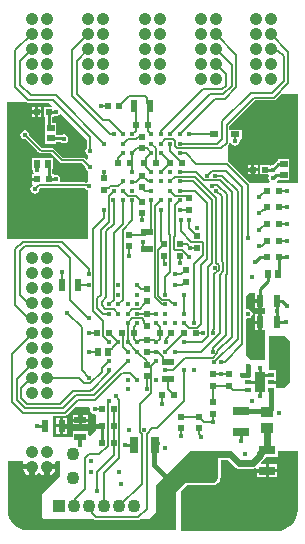
<source format=gbl>
G04*
G04 #@! TF.GenerationSoftware,Altium Limited,Altium Designer,20.2.6 (244)*
G04*
G04 Layer_Physical_Order=4*
G04 Layer_Color=16711680*
%FSLAX25Y25*%
%MOIN*%
G70*
G04*
G04 #@! TF.SameCoordinates,98B12EC8-E559-45FE-9E7D-FCD1A3165D23*
G04*
G04*
G04 #@! TF.FilePolarity,Positive*
G04*
G01*
G75*
%ADD21R,0.01968X0.01968*%
%ADD25R,0.01968X0.01968*%
%ADD29R,0.03150X0.05512*%
%ADD31R,0.02520X0.02362*%
%ADD53C,0.04331*%
%ADD54R,0.04331X0.04331*%
%ADD55C,0.00500*%
%ADD58C,0.01181*%
%ADD59C,0.01000*%
%ADD60C,0.01575*%
%ADD61O,0.03543X0.06299*%
%ADD62C,0.04134*%
%ADD63C,0.01772*%
%ADD64R,0.01850X0.01575*%
%ADD65R,0.03740X0.06693*%
%ADD66C,0.15748*%
%ADD67R,0.02362X0.03937*%
%ADD68R,0.03937X0.02362*%
%ADD69R,0.01968X0.06299*%
%ADD70R,0.03150X0.01968*%
%ADD71R,0.02362X0.02520*%
%ADD72R,0.05512X0.03150*%
%ADD73R,0.03937X0.03543*%
%ADD74C,0.02362*%
%ADD75C,0.01001*%
G36*
X28473Y41626D02*
X28416Y41339D01*
X28530Y40762D01*
X28857Y40274D01*
X29345Y39948D01*
X29921Y39833D01*
X29928Y39835D01*
X30315Y39518D01*
X30315Y34646D01*
X28256Y32587D01*
X27756Y32794D01*
Y34055D01*
X22638D01*
Y32283D01*
X16142Y32283D01*
X16142Y39301D01*
X20079D01*
X20407Y39366D01*
X20685Y39551D01*
X23259Y42126D01*
X28116D01*
X28473Y41626D01*
D02*
G37*
G36*
X97622Y7874D02*
X97622Y7874D01*
X97622D01*
X97486Y6494D01*
X97084Y5168D01*
X96430Y3946D01*
X95551Y2874D01*
X94479Y1995D01*
X93257Y1342D01*
X91931Y939D01*
X90551Y803D01*
X90551Y803D01*
Y803D01*
X90551Y803D01*
X58661D01*
X58661Y14173D01*
X60614Y16126D01*
X69785D01*
X69901Y16149D01*
X70018Y16161D01*
X70053Y16180D01*
X70092Y16187D01*
X70191Y16253D01*
X70294Y16308D01*
X70416Y16408D01*
X70907Y16671D01*
X70998Y16745D01*
X71096Y16811D01*
X71434Y17149D01*
X71608Y17409D01*
X71669Y17717D01*
Y18519D01*
X72047Y18898D01*
Y24371D01*
X74366D01*
X76534Y22203D01*
X77185Y21768D01*
X77953Y21615D01*
X82571D01*
X83339Y21768D01*
X83556Y21913D01*
X84056Y21645D01*
Y21366D01*
X86902D01*
Y23032D01*
X85472D01*
X85281Y23494D01*
X86459Y24672D01*
X86894Y25323D01*
X86947Y25591D01*
X90945D01*
Y27559D01*
X97622D01*
Y7874D01*
D02*
G37*
G36*
X70866Y17717D02*
X70528Y17379D01*
X69968Y17079D01*
X69785Y16929D01*
X60236D01*
X57087Y13780D01*
Y1004D01*
X7874Y1003D01*
X7874Y1004D01*
Y1004D01*
X7384Y1049D01*
X6533Y1133D01*
X5244Y1524D01*
X4056Y2159D01*
X3014Y3014D01*
X2159Y4056D01*
X1524Y5244D01*
X1133Y6533D01*
X1002Y7866D01*
X1003Y7874D01*
Y24153D01*
X5888D01*
X6157Y23653D01*
X6005Y23287D01*
X8917D01*
Y22303D01*
X9902D01*
Y19391D01*
X10464Y19624D01*
X11105Y20116D01*
X11167Y20197D01*
X11667D01*
X11730Y20116D01*
X12371Y19624D01*
X12933Y19391D01*
Y22303D01*
X13917D01*
Y23287D01*
X16829D01*
X16678Y23653D01*
X16946Y24153D01*
X18504D01*
Y19029D01*
X12532Y13058D01*
X12342Y12598D01*
Y5512D01*
X12855Y4724D01*
X29626D01*
X29910Y4535D01*
X30315Y4454D01*
X44488D01*
X44893Y4535D01*
X45177Y4724D01*
X48031D01*
X50394Y7087D01*
Y16142D01*
X61811Y27559D01*
X70866D01*
Y17717D01*
D02*
G37*
G36*
X94882Y64173D02*
Y50394D01*
X92913Y48425D01*
X90394D01*
Y49016D01*
Y49894D01*
X88878D01*
Y50894D01*
X90394D01*
Y51575D01*
Y54331D01*
X88189D01*
Y65748D01*
X93307D01*
X94882Y64173D01*
D02*
G37*
G36*
X83268Y80118D02*
Y78059D01*
X85039D01*
Y77559D01*
X85539D01*
Y75000D01*
X86614D01*
Y73032D01*
X85539D01*
Y70472D01*
Y67913D01*
X86614D01*
Y57874D01*
X81890Y57874D01*
X80315Y59449D01*
X80315Y71423D01*
X80815Y71780D01*
X81102Y71723D01*
X81678Y71838D01*
X82167Y72164D01*
X82493Y72652D01*
X82608Y73228D01*
X82493Y73804D01*
X82167Y74293D01*
X81678Y74619D01*
X81102Y74734D01*
X80815Y74677D01*
X80315Y75033D01*
Y79134D01*
X81496Y80315D01*
X82849D01*
X83268Y80118D01*
D02*
G37*
G36*
X7546Y143696D02*
X7874Y143631D01*
X14637D01*
X15642Y142626D01*
X15435Y142126D01*
X12992D01*
Y138976D01*
X13455D01*
Y136757D01*
X13455Y136757D01*
X13483Y136618D01*
Y135878D01*
X13483Y135878D01*
X13504Y135770D01*
Y133425D01*
Y129961D01*
X17205D01*
Y130620D01*
X18495D01*
X18621Y130432D01*
X19109Y130105D01*
X19685Y129991D01*
X20261Y130105D01*
X20749Y130432D01*
X21076Y130920D01*
X21190Y131496D01*
X21076Y132072D01*
X20749Y132561D01*
X20261Y132887D01*
X19685Y133001D01*
X19109Y132887D01*
X19045Y132844D01*
X17205D01*
Y136969D01*
X15679D01*
Y138887D01*
X16142Y138976D01*
D01*
X16642Y139103D01*
X16929Y139046D01*
X17505Y139161D01*
X17993Y139487D01*
X18090Y139631D01*
X18588Y139680D01*
X27509Y130759D01*
Y128775D01*
X27282Y128623D01*
X26956Y128135D01*
X26841Y127559D01*
X26956Y126983D01*
X27282Y126495D01*
X27559Y126310D01*
Y124700D01*
X27097Y124509D01*
X26590Y125015D01*
X26312Y125201D01*
X25984Y125267D01*
X19253D01*
X16504Y128015D01*
X16514Y128025D01*
X15988Y128377D01*
X15368Y128500D01*
Y128486D01*
X12354D01*
X12354Y128487D01*
X12247Y128531D01*
X12246Y128531D01*
X8150Y132627D01*
X8198Y132872D01*
X8084Y133448D01*
X7757Y133937D01*
X7269Y134263D01*
X6693Y134377D01*
X6117Y134263D01*
X5629Y133937D01*
X5302Y133448D01*
X5188Y132872D01*
X5302Y132296D01*
X5629Y131808D01*
X6117Y131481D01*
X6693Y131367D01*
X6938Y131415D01*
X10769Y127584D01*
X11109Y127226D01*
X11109Y127226D01*
X11109Y127226D01*
X11626Y126880D01*
X12247Y126757D01*
Y126772D01*
X15260D01*
X15260Y126771D01*
X15368Y126726D01*
X15368Y126727D01*
X18292Y123803D01*
X18570Y123618D01*
X18898Y123552D01*
X25629D01*
X26890Y122292D01*
X26841Y122047D01*
X26956Y121471D01*
X27282Y120983D01*
X27559Y120798D01*
Y117175D01*
X27377Y117139D01*
X27101Y116954D01*
X26878Y116999D01*
X18563D01*
X18296Y117499D01*
X18320Y117534D01*
X18434Y118110D01*
X18320Y118686D01*
X17993Y119175D01*
X17505Y119501D01*
X16929Y119615D01*
X16642Y119558D01*
X16142Y119685D01*
D01*
X15679Y119775D01*
Y121378D01*
X16102D01*
Y125079D01*
X9094D01*
Y121378D01*
X9094D01*
X9367Y120991D01*
X9475Y120448D01*
X9651Y120185D01*
X9384Y119685D01*
X9055D01*
Y118610D01*
X10630D01*
Y117610D01*
X9055D01*
Y116535D01*
X9136D01*
X9287Y116035D01*
X8976Y115827D01*
X8649Y115339D01*
X8535Y114763D01*
X8649Y114187D01*
X8976Y113698D01*
X9464Y113372D01*
X10040Y113258D01*
X10616Y113372D01*
X11105Y113698D01*
X11431Y114187D01*
X11546Y114763D01*
X11520Y114890D01*
X11867Y115285D01*
X26540D01*
X26562Y115172D01*
X26888Y114684D01*
X27377Y114357D01*
X27559Y114321D01*
Y98032D01*
X19232D01*
X19226Y98036D01*
X18898Y98101D01*
X5906D01*
X5578Y98036D01*
X5571Y98032D01*
X803D01*
Y143701D01*
X7540D01*
X7546Y143696D01*
D02*
G37*
G36*
X97622Y116929D02*
X90852D01*
X90605Y117429D01*
X90663Y117520D01*
X91063Y117756D01*
X91063Y117756D01*
X91063Y117756D01*
X94764D01*
Y121221D01*
Y124764D01*
X91063D01*
Y124096D01*
X90677Y124019D01*
X90316Y123778D01*
X90316Y123778D01*
X89286Y122748D01*
X88794Y122651D01*
X88689Y122580D01*
X88189Y122835D01*
Y122835D01*
X85039D01*
Y119685D01*
X87782D01*
X88050Y119185D01*
X87979Y119080D01*
X87865Y118504D01*
X87979Y117928D01*
X88306Y117439D01*
X88321Y117429D01*
X88170Y116929D01*
X81527D01*
X74622Y123834D01*
X74410Y123976D01*
Y129497D01*
X74622Y129709D01*
X74808Y129987D01*
X74873Y130315D01*
X75354Y130269D01*
X75381Y130133D01*
X75707Y129644D01*
X76196Y129318D01*
X76772Y129203D01*
X77348Y129318D01*
X77836Y129644D01*
X78162Y130133D01*
X78277Y130709D01*
X78220Y130996D01*
X78577Y131496D01*
X78937D01*
Y134646D01*
X74873D01*
Y135865D01*
X83426Y144419D01*
X89764D01*
X90092Y144484D01*
X90370Y144670D01*
X92157Y146457D01*
X97622D01*
Y116929D01*
D02*
G37*
%LPC*%
G36*
X27756Y39567D02*
X25697D01*
Y38295D01*
X27756D01*
Y39567D01*
D02*
G37*
G36*
X24697D02*
X22638D01*
Y38295D01*
X24697D01*
Y39567D01*
D02*
G37*
G36*
X20669Y38386D02*
X19398D01*
Y36327D01*
X20669D01*
Y38386D01*
D02*
G37*
G36*
X18398D02*
X17126D01*
Y36327D01*
X18398D01*
Y38386D01*
D02*
G37*
G36*
X27756Y37295D02*
X25697D01*
Y36024D01*
X27756D01*
Y37295D01*
D02*
G37*
G36*
X24697D02*
X22638D01*
Y36024D01*
X24697D01*
Y37295D01*
D02*
G37*
G36*
X20669Y35327D02*
X19398D01*
Y33268D01*
X20669D01*
Y35327D01*
D02*
G37*
G36*
X18398D02*
X17126D01*
Y33268D01*
X18398D01*
Y35327D01*
D02*
G37*
G36*
X90749Y23032D02*
X87902D01*
Y21366D01*
X90749D01*
Y23032D01*
D02*
G37*
G36*
Y20367D02*
X87902D01*
Y18701D01*
X90749D01*
Y20367D01*
D02*
G37*
G36*
X86902D02*
X84056D01*
Y18701D01*
X86902D01*
Y20367D01*
D02*
G37*
G36*
X16829Y21319D02*
X14902D01*
Y19391D01*
X15464Y19624D01*
X16105Y20116D01*
X16596Y20756D01*
X16829Y21319D01*
D02*
G37*
G36*
X7933D02*
X6005D01*
X6238Y20756D01*
X6730Y20116D01*
X7371Y19624D01*
X7933Y19391D01*
Y21319D01*
D02*
G37*
G36*
X84539Y77059D02*
X83268D01*
Y75000D01*
X84539D01*
Y77059D01*
D02*
G37*
G36*
X84539Y73032D02*
X83268D01*
Y70972D01*
X84539D01*
Y73032D01*
D02*
G37*
G36*
Y69972D02*
X83268D01*
Y67913D01*
X84539D01*
Y69972D01*
D02*
G37*
G36*
X12205Y142126D02*
X11130D01*
Y141051D01*
X12205D01*
Y142126D01*
D02*
G37*
G36*
X10130D02*
X9055D01*
Y141051D01*
X10130D01*
Y142126D01*
D02*
G37*
G36*
X12205Y140051D02*
X11130D01*
Y138976D01*
X12205D01*
Y140051D01*
D02*
G37*
G36*
X10130D02*
X9055D01*
Y138976D01*
X10130D01*
Y140051D01*
D02*
G37*
G36*
X84252Y122835D02*
X83177D01*
Y121760D01*
X84252D01*
Y122835D01*
D02*
G37*
G36*
X82177D02*
X81102D01*
Y121760D01*
X82177D01*
Y122835D01*
D02*
G37*
G36*
X84252Y120760D02*
X83177D01*
Y119685D01*
X84252D01*
Y120760D01*
D02*
G37*
G36*
X82177D02*
X81102D01*
Y119685D01*
X82177D01*
Y120760D01*
D02*
G37*
%LPD*%
D21*
X60236Y87795D02*
D03*
Y83858D02*
D03*
X64567Y35039D02*
D03*
Y38976D02*
D03*
X58661Y35039D02*
D03*
Y38976D02*
D03*
X45669Y106693D02*
D03*
Y110630D02*
D03*
Y119291D02*
D03*
Y115354D02*
D03*
Y128347D02*
D03*
Y132283D02*
D03*
X53150Y96457D02*
D03*
Y92520D02*
D03*
X58268Y96457D02*
D03*
Y92520D02*
D03*
X61417Y107874D02*
D03*
Y111811D02*
D03*
X69291Y39764D02*
D03*
Y43701D02*
D03*
X69291Y53150D02*
D03*
Y49213D02*
D03*
X74803D02*
D03*
Y53150D02*
D03*
X47244Y52362D02*
D03*
Y56299D02*
D03*
Y64567D02*
D03*
Y60630D02*
D03*
Y73228D02*
D03*
Y69291D02*
D03*
Y81496D02*
D03*
Y77559D02*
D03*
X41339Y95669D02*
D03*
Y99606D02*
D03*
X33071Y118504D02*
D03*
Y114567D02*
D03*
X64173Y99213D02*
D03*
Y95276D02*
D03*
D25*
X52362Y46063D02*
D03*
X56299D02*
D03*
X36220Y30315D02*
D03*
X32283D02*
D03*
X32283Y35827D02*
D03*
X36220D02*
D03*
Y41339D02*
D03*
X32283D02*
D03*
X87402Y114173D02*
D03*
X91339D02*
D03*
X87402Y108661D02*
D03*
X91339D02*
D03*
X87402Y97638D02*
D03*
X91339D02*
D03*
X87402Y103150D02*
D03*
X91339D02*
D03*
Y92126D02*
D03*
X87402D02*
D03*
X14567Y118110D02*
D03*
X10630D02*
D03*
X14567Y140551D02*
D03*
X10630D02*
D03*
X30709Y66929D02*
D03*
X34646D02*
D03*
X42913D02*
D03*
X38976D02*
D03*
X34252Y142520D02*
D03*
X38189D02*
D03*
X43701Y136221D02*
D03*
X47638D02*
D03*
X51575Y66929D02*
D03*
X55512D02*
D03*
X63780D02*
D03*
X59843D02*
D03*
X86614Y121260D02*
D03*
X82677D02*
D03*
X41732Y123622D02*
D03*
X37795D02*
D03*
X46457D02*
D03*
X50394D02*
D03*
X55118D02*
D03*
X59055D02*
D03*
D29*
X50000Y29527D02*
D03*
X42914D02*
D03*
D31*
X15354Y135197D02*
D03*
Y131732D02*
D03*
X92913Y122992D02*
D03*
Y119528D02*
D03*
D53*
X22835Y26378D02*
D03*
Y18504D02*
D03*
X43209Y9055D02*
D03*
X38209D02*
D03*
X33209D02*
D03*
X28209D02*
D03*
X23209D02*
D03*
D54*
X18209D02*
D03*
D55*
X11720Y127845D02*
G03*
X12247Y127629I527J534D01*
G01*
X15898Y127409D02*
G03*
X15368Y127629I-530J-530D01*
G01*
X39681Y53543D02*
G03*
X39150Y53324I0J-750D01*
G01*
X30004Y44488D02*
G03*
X30535Y44708I-0J750D01*
G01*
X34424Y53322D02*
G03*
X34646Y53854I-529J532D01*
G01*
X28429Y47638D02*
G03*
X28959Y47856I-0J750D01*
G01*
X23145Y47638D02*
G03*
X22615Y47418I0J-750D01*
G01*
X29217Y46063D02*
G03*
X29747Y46283I0J750D01*
G01*
X23933Y46063D02*
G03*
X23402Y45843I0J-750D01*
G01*
X24720Y44488D02*
G03*
X24190Y44269I0J-750D01*
G01*
X45067Y43099D02*
G03*
X44921Y42745I354J-354D01*
G01*
X27647Y71839D02*
G03*
X27953Y71653I530J530D01*
G01*
X44921Y34217D02*
G03*
X45067Y33863I500J0D01*
G01*
X10040Y114763D02*
X11419Y116142D01*
X26878D01*
X15898Y127409D02*
X18898Y124409D01*
X6693Y132872D02*
X11717Y127848D01*
X11720Y127845D01*
X12247Y127629D02*
X15368D01*
X25984Y124409D02*
X28346Y122047D01*
X18898Y124409D02*
X25984D01*
X27709Y115991D02*
X27953Y115748D01*
X27028Y115991D02*
X27709D01*
X26878Y116142D02*
X27028Y115991D01*
X31890Y101181D02*
X34607Y103898D01*
X54875Y102604D02*
Y109449D01*
X58661Y100787D02*
Y104331D01*
X25591Y54331D02*
X27953Y51968D01*
X20866Y73622D02*
X25591Y68898D01*
Y54331D02*
Y68898D01*
X18898Y82677D02*
Y87008D01*
X33071Y105118D02*
Y107874D01*
X29528Y101575D02*
X33071Y105118D01*
X34607Y112559D02*
X36220Y114173D01*
X34607Y103898D02*
Y112559D01*
X27953Y60630D02*
X30945D01*
X24720Y44488D02*
X30004D01*
X39681Y53543D02*
X41732D01*
X30535Y44708D02*
X39150Y53324D01*
X23145Y47638D02*
X28429D01*
X34646Y53854D02*
Y54331D01*
X28959Y47856D02*
X34424Y53322D01*
X32283Y55118D02*
X34646Y57480D01*
X32283Y53937D02*
Y55118D01*
X28346Y50000D02*
X32283Y53937D01*
X26378Y50000D02*
X28346D01*
X24587Y51791D02*
X26378Y50000D01*
X13917Y51791D02*
X24587D01*
X18504Y43307D02*
X22615Y47418D01*
X19291Y41732D02*
X23402Y45843D01*
X29747Y46283D02*
X40945Y57480D01*
X23933Y46063D02*
X29217D01*
X20079Y40157D02*
X24190Y44269D01*
X70079Y119291D02*
X72441D01*
X63779Y123228D02*
X74016D01*
X81102Y116142D01*
Y98425D02*
Y116142D01*
X71653Y117717D02*
X75590Y113779D01*
X66535Y117717D02*
X71653D01*
X84646Y112205D02*
X85890Y113449D01*
X54875Y99850D02*
Y102604D01*
X17717Y95669D02*
X21593Y91793D01*
Y77892D02*
X27647Y71839D01*
X21593Y77892D02*
Y91793D01*
X53150Y89974D02*
Y92520D01*
Y89974D02*
X53242Y89882D01*
X27953Y86614D02*
Y88189D01*
X24409Y82677D02*
X27942D01*
X27953Y82688D01*
X29528Y74016D02*
Y101575D01*
Y74016D02*
X32677Y70866D01*
X67323Y119291D02*
X68898Y120866D01*
X73622D01*
X71323Y89321D02*
Y89321D01*
X71425Y87947D02*
Y89220D01*
X70525Y87048D02*
X71425Y87947D01*
X69685Y86411D02*
X70322Y87048D01*
X70525D01*
X71323Y89321D02*
X71425Y89220D01*
X69685Y68004D02*
Y86411D01*
X71653Y66929D02*
Y86221D01*
X72835Y87402D01*
X70472Y90172D02*
Y111811D01*
Y90172D02*
X71323Y89321D01*
X63386Y118898D02*
X70472Y111811D01*
X68898Y90158D02*
Y111024D01*
X67716Y88976D02*
X68898Y90158D01*
X59842Y73228D02*
Y79528D01*
X58268Y90158D02*
Y92520D01*
X54875Y109449D02*
Y110780D01*
X56385Y94796D02*
X56693Y94489D01*
X59187D01*
X56385Y94796D02*
Y98813D01*
X56385Y94796D02*
X56385Y94796D01*
Y98813D02*
X56693Y99121D01*
Y109449D01*
X53431Y85321D02*
X55178Y87067D01*
Y99547D01*
X59055Y82677D02*
X60236Y83858D01*
X56766Y82677D02*
X59055D01*
X58790Y86349D02*
X60236Y87795D01*
X56693Y86349D02*
X58790D01*
X54724Y77953D02*
X55736Y76941D01*
X56349Y76378D02*
X56693D01*
X55785Y76941D02*
X56349Y76378D01*
X55736Y76941D02*
X55785D01*
X53300Y76621D02*
X53543Y76378D01*
X52421Y76621D02*
X53300D01*
X52362Y77953D02*
X54724D01*
X50109Y78933D02*
X52421Y76621D01*
X51181Y79134D02*
Y94488D01*
Y79134D02*
X52362Y77953D01*
X53431Y79562D02*
Y85321D01*
Y79562D02*
X53504Y79489D01*
X51181Y94488D02*
X53150Y96457D01*
X51968Y97638D02*
X53150Y96457D01*
X51968Y97638D02*
Y107874D01*
X56693Y109449D02*
X58268Y111024D01*
X54875Y99850D02*
X55178Y99547D01*
X50109Y78933D02*
Y109164D01*
X51968Y111024D01*
X52362Y43307D02*
Y46063D01*
X44921Y34217D02*
Y42745D01*
X48819Y46850D02*
Y51049D01*
X45067Y43099D02*
X48819Y46850D01*
X54331Y48031D02*
Y51575D01*
Y48031D02*
X56299Y46063D01*
X47244Y48031D02*
X47244Y48031D01*
Y52362D01*
X41732Y53543D02*
X44094Y51181D01*
X48878Y51109D02*
Y55954D01*
X48819Y51049D02*
X48878Y51109D01*
X49156Y35029D02*
X50784D01*
X59843Y44087D01*
Y54331D01*
X55905D02*
X60197Y58622D01*
X69456D01*
X53543Y54331D02*
X55905D01*
X53553Y57087D02*
X54331D01*
X52622Y58018D02*
X53553Y57087D01*
X52622Y58018D02*
Y58795D01*
X50394Y60641D02*
X50637Y60398D01*
X51020D02*
X52622Y58795D01*
X50637Y60398D02*
X51020D01*
X59187Y94489D02*
X61417Y92258D01*
Y92126D02*
Y92258D01*
X37795Y76378D02*
X39370Y77953D01*
Y101181D02*
X42520Y104331D01*
X39370Y77953D02*
Y101181D01*
X34481Y60780D02*
X35341Y61640D01*
X34409Y60709D02*
X34481Y60780D01*
X34409Y60630D02*
X34481Y60780D01*
X36209Y62205D02*
X37784Y63779D01*
X35645Y61640D02*
X36209Y62205D01*
X34409Y60630D02*
Y60709D01*
X35341Y61640D02*
X35645D01*
X59843Y70079D02*
X61358Y68563D01*
X59843Y70079D02*
X60001Y70237D01*
X61358Y68563D02*
X64173D01*
X26772Y25197D02*
X27953Y26378D01*
X23281Y11470D02*
X26772Y14961D01*
Y25197D01*
X2362Y59842D02*
X8702Y66182D01*
X8878Y51791D02*
X8917D01*
X5512Y48425D02*
X8878Y51791D01*
X5512Y45276D02*
Y48425D01*
Y45276D02*
X7480Y43307D01*
X18504D01*
X8702Y56182D02*
X8917Y56791D01*
X3937Y51417D02*
X8702Y56182D01*
X3937Y44488D02*
Y51417D01*
Y44488D02*
X6693Y41732D01*
X19291D01*
X27953Y71653D02*
X27953Y71653D01*
X6693Y95669D02*
X17717D01*
X5118Y94095D02*
X6693Y95669D01*
X5118Y79528D02*
Y94095D01*
Y79528D02*
X7159Y77487D01*
X8169D01*
X8917Y76791D01*
X8702Y66182D02*
X8917Y66791D01*
X2362Y43701D02*
Y59842D01*
Y43701D02*
X5906Y40157D01*
X20079D01*
X18898Y97244D02*
X27953Y88189D01*
X5906Y97244D02*
X18898D01*
X3543Y94882D02*
X5906Y97244D01*
X3543Y75984D02*
Y94882D01*
Y75984D02*
X7041Y72487D01*
X8169D01*
X8917Y71791D01*
X58661Y32388D02*
Y35039D01*
X47244Y8268D02*
Y33117D01*
X44488Y5512D02*
X47244Y8268D01*
X28942Y6885D02*
X30315Y5512D01*
X44488D01*
X36220Y25984D02*
Y35827D01*
X30709Y20472D02*
X36220Y25984D01*
X30709Y14173D02*
Y20472D01*
X34252Y29134D02*
Y42913D01*
X27953Y26378D02*
X31496D01*
X34252Y29134D01*
X29921Y41339D02*
X32283D01*
X36220Y35827D02*
Y41339D01*
X33209Y20217D02*
X38189Y25197D01*
X33209Y9055D02*
Y20217D01*
X34252Y42913D02*
X34402Y43064D01*
Y43851D02*
X34646Y44094D01*
X34402Y43064D02*
Y43851D01*
X38189Y25197D02*
Y44488D01*
X37008Y45669D02*
X38189Y44488D01*
X45067Y33863D02*
X45669Y33261D01*
X47244Y33117D02*
X49156Y35029D01*
X45669Y16516D02*
Y33261D01*
X38209Y9055D02*
X45669Y16516D01*
X41339Y92519D02*
X41339Y95669D01*
X64567Y38976D02*
X66535Y37008D01*
X69291D01*
X58661Y38976D02*
X64567D01*
X69291Y37008D02*
Y39764D01*
X63780Y66929D02*
X66535D01*
X79134Y62992D02*
Y115354D01*
X73622Y120866D02*
X79134Y115354D01*
X73228Y57087D02*
X79134Y62992D01*
X69685Y57087D02*
X77559Y64961D01*
X72441Y119291D02*
X77559Y114173D01*
Y64961D02*
Y114173D01*
X74016Y136221D02*
X83071Y145276D01*
X74016Y130315D02*
Y136221D01*
X72441Y137402D02*
X81890Y146850D01*
X64567Y33071D02*
X65354Y32283D01*
X64567Y33071D02*
Y35039D01*
X69291Y43701D02*
Y49213D01*
X69291Y43701D02*
X69291Y43701D01*
X76181Y47835D02*
X81201D01*
X74803Y49213D02*
X76181Y47835D01*
X69291Y49213D02*
X74803D01*
X23209Y9055D02*
X23281Y9128D01*
Y11470D01*
X28209Y9055D02*
X28942Y8322D01*
Y6885D02*
Y8322D01*
X48878Y55954D02*
X50394Y57469D01*
X47244Y56299D02*
Y57491D01*
X44094Y60641D02*
X47244Y57491D01*
X58268Y65354D02*
X58268D01*
X53543Y60630D02*
X58268Y65354D01*
X65354Y60630D02*
X71653Y66929D01*
X69291Y66929D02*
X69534Y67172D01*
Y67854D01*
X69685Y68004D01*
X67716Y65748D02*
Y88976D01*
X65748Y63779D02*
X67716Y65748D01*
X56693Y60630D02*
X65354D01*
X44094Y82677D02*
X45276Y81496D01*
X47244D01*
X69291Y61811D02*
X73622Y66142D01*
X69291Y60630D02*
Y61811D01*
X73622Y66142D02*
Y86221D01*
X70827Y59994D02*
Y60883D01*
X75590Y65646D01*
Y113779D01*
X74016Y86614D02*
Y112992D01*
X73622Y86221D02*
X74016Y86614D01*
X70866Y116142D02*
X74016Y112992D01*
X72223Y90769D02*
Y112422D01*
X72835Y87402D02*
Y90158D01*
X72223Y90769D02*
X72835Y90158D01*
X76772Y130709D02*
Y133071D01*
X72047Y57087D02*
X73228D01*
X3543Y148819D02*
X7874Y144488D01*
X16142D01*
X5118Y149606D02*
Y157618D01*
X8661Y146063D02*
X16929D01*
X5118Y149606D02*
X8661Y146063D01*
X16929D02*
X33071Y129921D01*
X28366Y127559D02*
Y132264D01*
X57480Y128347D02*
X72047D01*
X74016Y130315D01*
X83071Y145276D02*
X89764D01*
X94488Y150000D01*
X88721Y166417D02*
X94488Y160650D01*
Y150000D02*
Y160650D01*
X88721Y161417D02*
X89207Y160931D01*
X91037D01*
X92913Y159055D01*
X88976Y146850D02*
X92913Y150787D01*
Y159055D01*
X81890Y146850D02*
X88976D01*
X72441Y131496D02*
Y137402D01*
X58268Y129921D02*
X70866D01*
X72441Y131496D01*
X51968Y129921D02*
X53543Y131496D01*
X58268Y133071D02*
X70079Y144882D01*
X56693Y129134D02*
X57480Y128347D01*
X56693Y129134D02*
Y130709D01*
X53543Y131496D02*
X55905D01*
X56693Y130709D01*
X55118Y127559D02*
Y129921D01*
Y127559D02*
X59055Y123622D01*
X70079Y144882D02*
X73228D01*
X77165Y148819D02*
Y159468D01*
X73228Y144882D02*
X77165Y148819D01*
X72835Y146457D02*
X75590Y149213D01*
X68528Y146457D02*
X72835D01*
X61417Y133071D02*
X69680D01*
X69685Y133071D01*
X55142Y133071D02*
X68528Y146457D01*
X75590Y149213D02*
Y156043D01*
X66142Y148031D02*
X72441D01*
X73622Y149213D01*
Y153012D01*
X51968Y133071D02*
X52212Y133314D01*
Y134102D01*
X70217Y166417D02*
X77165Y159468D01*
X70217Y161417D02*
X75590Y156043D01*
X70217Y156417D02*
X73622Y153012D01*
X52212Y134102D02*
X66142Y148031D01*
X3543Y148819D02*
Y161043D01*
X22441Y161043D02*
X27815Y166417D01*
X22441Y145669D02*
Y161043D01*
Y145669D02*
X35039Y133071D01*
X36220D01*
X34646Y137795D02*
X39370Y133071D01*
X32677Y137795D02*
X34646D01*
X24016Y146457D02*
X32677Y137795D01*
X24016Y146457D02*
Y157618D01*
X27815Y161417D01*
X31890Y142520D02*
X34252D01*
X34252Y142520D01*
X3543Y161043D02*
X8917Y166417D01*
X5118Y157618D02*
X8917Y161417D01*
X16142Y144488D02*
X28366Y132264D01*
X34646Y76378D02*
X36220Y77953D01*
Y100000D01*
X33858Y100787D02*
X36220Y103150D01*
Y111002D01*
Y114173D02*
Y114184D01*
X36209Y111013D02*
X36220Y111002D01*
X91339Y97638D02*
X94095D01*
X91339Y103150D02*
X94095D01*
X91339Y108661D02*
X94095D01*
X91339Y114173D02*
X94095D01*
X85676Y95913D02*
X87402Y97638D01*
X84889Y95913D02*
X85676D01*
X84646Y95669D02*
X84889Y95913D01*
X86677Y102425D02*
X87402Y103150D01*
X85890Y102425D02*
X86677D01*
X84646Y101181D02*
X85890Y102425D01*
X86677Y107937D02*
X87402Y108661D01*
X85890Y107937D02*
X86677D01*
X84646Y106693D02*
X85890Y107937D01*
X86677Y113449D02*
X87402Y114173D01*
X85890Y113449D02*
X86677D01*
X58268Y126772D02*
X60236D01*
X63779Y123228D01*
X63779Y120473D02*
X66535Y117717D01*
X58268Y120473D02*
X63779D01*
X62992Y89764D02*
X66142Y92913D01*
X62992Y70099D02*
Y89764D01*
X70472Y114173D02*
X72223Y112422D01*
X69291Y53150D02*
X72047D01*
X72047Y53150D01*
X74803D01*
X62598Y117323D02*
X68898Y111024D01*
X65354Y89370D02*
X67323Y91339D01*
Y110236D01*
X63386Y114173D02*
X67323Y110236D01*
X62205Y97244D02*
X65702D01*
X66142Y96805D01*
Y92913D02*
Y96805D01*
X69141Y115991D02*
X69822D01*
X69973Y116142D02*
X70866D01*
X69822Y115991D02*
X69973Y116142D01*
X56693Y118898D02*
X63386D01*
X58268Y117323D02*
X62598D01*
X68898Y115748D02*
X69141Y115991D01*
X65354Y69744D02*
Y89370D01*
X59843Y63779D02*
X65748D01*
X66535Y66929D02*
X66535Y66929D01*
X66142Y66929D02*
X66535D01*
X58268Y114173D02*
X58268Y114173D01*
X63386D01*
X55129Y117334D02*
X56693Y118898D01*
X64173Y68563D02*
X65354Y69744D01*
X58268Y107874D02*
X61417D01*
X54875Y110780D02*
X55118Y111024D01*
X58661Y100787D02*
X62205Y97244D01*
X69456Y58622D02*
X70827Y59994D01*
X30709Y75197D02*
X32677Y73228D01*
X30709Y75197D02*
Y78347D01*
X32677Y73228D02*
X34646D01*
X33465Y74803D02*
X36220D01*
X32283Y75984D02*
X33465Y74803D01*
X30709Y78347D02*
X31890Y79528D01*
X32283Y75984D02*
Y77165D01*
X33858Y78740D01*
X31890Y79528D02*
Y101181D01*
X32677Y65748D02*
X34646Y63779D01*
X32677Y65748D02*
Y70866D01*
X33858Y78740D02*
Y100787D01*
X42520Y104331D02*
Y111024D01*
X36220Y100000D02*
X39370Y103150D01*
Y111013D01*
X53543Y96457D02*
X53543Y96457D01*
X60693Y112536D02*
X61417Y111811D01*
X59905Y112536D02*
X60693D01*
X59842Y112598D02*
X59905Y112536D01*
X56693Y112598D02*
X59842D01*
X55118Y114173D02*
X56693Y112598D01*
X64173Y95276D02*
X64173Y95276D01*
X61811Y95276D02*
X64173D01*
X58268Y96457D02*
X60630D01*
X61811Y95276D01*
X61417Y101969D02*
X64173Y99213D01*
X61417Y101969D02*
Y104331D01*
X46994Y94882D02*
X47244D01*
X46063Y95813D02*
X46994Y94882D01*
X46063Y95813D02*
Y97244D01*
X47566Y100394D02*
X47888D01*
X46779Y99606D02*
X47566Y100394D01*
X41339Y99606D02*
X46779D01*
X47888Y100394D02*
X48819Y101325D01*
Y111024D01*
X74803Y53150D02*
X74803Y53150D01*
X27953Y66929D02*
X30709D01*
X27953Y66929D02*
X27953Y66929D01*
X58268Y65354D02*
X59843Y66929D01*
X53543Y60630D02*
X53543D01*
X53554Y64972D02*
X55512Y66929D01*
X53554Y63779D02*
Y64972D01*
X46520Y70016D02*
X47244Y69291D01*
X46520Y70016D02*
Y70803D01*
X45669Y71653D02*
X46520Y70803D01*
X51575Y66929D02*
Y68898D01*
Y64972D02*
Y66929D01*
X50394Y70079D02*
X51575Y68898D01*
X40956Y70079D02*
X42531Y71653D01*
X45669D01*
X40956Y63779D02*
Y70079D01*
Y63779D02*
X44094Y60641D01*
X44094D01*
X42913Y64961D02*
X44094Y63779D01*
X44126D02*
X44913Y64567D01*
X42913Y64961D02*
Y66929D01*
X47244Y73228D02*
X47244Y73228D01*
X50394D01*
X44105Y73228D02*
X47244D01*
X44094Y73239D02*
X44105Y73228D01*
X46510Y76825D02*
X47244Y77559D01*
X46510Y76431D02*
Y76825D01*
X44882Y74803D02*
X46510Y76431D01*
X40945Y73228D02*
X42520Y74803D01*
X44882D01*
X38976Y66929D02*
X39370Y66536D01*
Y62205D02*
X40945Y60630D01*
X39370Y62205D02*
Y66536D01*
X37784Y63779D02*
Y63791D01*
X34646Y66929D02*
X37784Y63791D01*
X42913Y66929D02*
Y68887D01*
X44094Y70068D01*
X50383Y63779D02*
X51575Y64972D01*
X47244Y64567D02*
X49564D01*
X50351Y63779D01*
X50383D01*
X44913Y64567D02*
X47244D01*
X44094Y63779D02*
X44126D01*
X47244Y60630D02*
X47255Y60641D01*
X50394D01*
X45669Y106693D02*
X45669Y106693D01*
X45669Y104331D02*
Y106693D01*
X45669Y115354D02*
X46850Y114173D01*
X48819D01*
X47504Y143441D02*
X48425Y142520D01*
X47504Y143441D02*
Y145016D01*
X46850Y145669D02*
X47504Y145016D01*
X41339Y145669D02*
X46850D01*
X38189Y142520D02*
X41339Y145669D01*
X47638Y136221D02*
Y141732D01*
X48425Y142520D01*
X43701Y136221D02*
Y141732D01*
X42913Y142520D02*
X43701Y141732D01*
X47638Y134252D02*
Y136221D01*
Y134252D02*
X48819Y133071D01*
X43701Y134252D02*
Y136221D01*
X42520Y133071D02*
X43701Y134252D01*
X44488Y132283D02*
X45669D01*
X43701Y131496D02*
X44488Y132283D01*
X40945Y131496D02*
X43701D01*
X39370Y129921D02*
X40945Y131496D01*
X43701Y112598D02*
X45669Y110630D01*
X40945Y112598D02*
X43701D01*
X39370Y114173D02*
X40945Y112598D01*
X54384Y122888D02*
X55118Y123622D01*
X54373Y122888D02*
X54384D01*
X51957Y120473D02*
X54373Y122888D01*
X54384Y124356D02*
X55118Y123622D01*
X54384Y124356D02*
X54384D01*
X51968Y126772D02*
X54384Y124356D01*
X50394Y123622D02*
Y128347D01*
X48819Y129921D02*
X50394Y128347D01*
X45669D02*
X47244D01*
X48819Y126772D01*
X44094Y128347D02*
X45669D01*
X42520Y126772D02*
X44094Y128347D01*
X46457Y123622D02*
X47181Y124346D01*
Y125134D01*
X48819Y126772D01*
X46457Y123622D02*
X47181Y122898D01*
Y122110D02*
Y122898D01*
Y122110D02*
X48819Y120473D01*
X45669Y119291D02*
X47638Y117323D01*
X48819D01*
X43690Y117312D02*
X45669Y119291D01*
X42520Y117312D02*
X43690D01*
X41732Y123622D02*
X42467Y122888D01*
Y122502D02*
Y122888D01*
Y122502D02*
X42520Y122449D01*
Y120505D02*
Y122449D01*
X41732Y123622D02*
X42467Y124356D01*
Y124742D01*
X42520Y124796D01*
Y126772D01*
X37795Y123622D02*
Y125175D01*
X39392Y126772D01*
X33071Y118504D02*
Y120473D01*
X36220Y74803D02*
X37795Y73228D01*
X34583Y115291D02*
X35039Y115748D01*
X37827D01*
X33795Y115291D02*
X34583D01*
X33071Y114567D02*
X33795Y115291D01*
X39370Y111013D02*
X39381Y111024D01*
X39370Y117291D02*
Y117323D01*
X55129D02*
Y117334D01*
X37827Y115748D02*
X39370Y117291D01*
D58*
X25197Y29331D02*
Y30709D01*
X25197Y32283D02*
X25197Y30709D01*
X87402Y27954D02*
X87402Y27953D01*
D59*
X87349Y20814D02*
X87402Y20866D01*
X83081Y20814D02*
X87349D01*
X87402Y27954D02*
Y35138D01*
X10866Y121024D02*
Y123228D01*
X14567Y118110D02*
Y123228D01*
X85039Y45669D02*
Y50394D01*
X78741Y30709D02*
Y33859D01*
X10630Y35827D02*
X13386D01*
X32283Y30315D02*
Y35827D01*
X32283Y30315D02*
X32283Y30315D01*
X40052Y29527D02*
X40052Y29528D01*
X40052Y29527D02*
X42914D01*
X14567Y140551D02*
X16929D01*
X85039Y51583D02*
Y55118D01*
Y50394D02*
Y51583D01*
X86409Y52953D02*
X88878D01*
X85039Y51583D02*
X86409Y52953D01*
X81201Y50394D02*
X85039D01*
X85039Y92126D02*
X87402D01*
X83465Y90551D02*
X85039Y92126D01*
X90551Y70472D02*
X93701D01*
X90551D02*
Y74016D01*
Y77559D01*
X92307D01*
X94056Y75810D01*
X10630Y140551D02*
X10630Y140551D01*
X8268Y140551D02*
X10630D01*
X8268Y140551D02*
X8268Y140551D01*
X80315Y121260D02*
X82677D01*
X78347Y123228D02*
X80315Y121260D01*
X82677Y118110D02*
Y121260D01*
X8268Y118110D02*
X10630D01*
X91339Y86850D02*
Y92126D01*
X91102Y86614D02*
X91339Y86850D01*
Y92126D02*
X94095D01*
X89370Y118504D02*
X90394Y119528D01*
X92913D01*
X91102Y122992D02*
X92913D01*
X89370Y121260D02*
X91102Y122992D01*
X86614Y121260D02*
X89370D01*
X14567Y118110D02*
X16929D01*
X14567Y136757D02*
Y140551D01*
Y136757D02*
X14594Y136729D01*
Y135878D02*
Y136729D01*
Y135878D02*
X15039Y135433D01*
X15118D01*
X15354Y131732D02*
X19240D01*
X19476Y131496D02*
X19685D01*
X19240Y131732D02*
X19476Y131496D01*
D60*
X49607Y22835D02*
X53938Y18504D01*
X50000Y29528D02*
X50788Y30315D01*
X50000Y29527D02*
Y29528D01*
X25197Y37795D02*
Y40551D01*
X21654Y35827D02*
X28740D01*
X78937Y52953D02*
X81201D01*
X88878Y41929D02*
Y47835D01*
X49607Y29133D02*
X50000Y29527D01*
X49607Y22835D02*
Y29133D01*
X88583Y41634D02*
X88878Y41929D01*
X87402Y40453D02*
X87599D01*
X88583Y41437D01*
Y41634D01*
X78741Y40945D02*
X86909D01*
X87402Y40453D01*
X28740Y35827D02*
X32283D01*
X18898D02*
X21654D01*
X81201Y52953D02*
Y55807D01*
D61*
X61811Y11614D02*
D03*
X87795D02*
D03*
D62*
X8917Y81791D02*
D03*
X13917D02*
D03*
X8917Y76791D02*
D03*
X13917D02*
D03*
X8917Y71791D02*
D03*
X13917D02*
D03*
Y46791D02*
D03*
X8917D02*
D03*
X13917Y51791D02*
D03*
X8917D02*
D03*
X13917Y56791D02*
D03*
X8917D02*
D03*
X13917Y61791D02*
D03*
X8917D02*
D03*
X13917Y66791D02*
D03*
X8917D02*
D03*
X13917Y86791D02*
D03*
X8917D02*
D03*
X13917Y91791D02*
D03*
X8917D02*
D03*
X13917Y22303D02*
D03*
X8917D02*
D03*
X13917Y27303D02*
D03*
X8917D02*
D03*
X88721Y151417D02*
D03*
X83720D02*
D03*
X88721Y156417D02*
D03*
X83720D02*
D03*
X88721Y161417D02*
D03*
X83720D02*
D03*
X88721Y166417D02*
D03*
X83720D02*
D03*
X88721Y171417D02*
D03*
X83720D02*
D03*
X70217Y151417D02*
D03*
X65216D02*
D03*
X70217Y156417D02*
D03*
X65216D02*
D03*
X70217Y161417D02*
D03*
X65216D02*
D03*
X70217Y166417D02*
D03*
X65216D02*
D03*
X70217Y171417D02*
D03*
X65216D02*
D03*
X51713Y151417D02*
D03*
X46713D02*
D03*
X51713Y156417D02*
D03*
X46713D02*
D03*
X51713Y161417D02*
D03*
X46713D02*
D03*
X51713Y166417D02*
D03*
X46713D02*
D03*
X51713Y171417D02*
D03*
X46713D02*
D03*
X32815Y151417D02*
D03*
X27815D02*
D03*
X32815Y156417D02*
D03*
X27815D02*
D03*
X32815Y161417D02*
D03*
X27815D02*
D03*
X32815Y166417D02*
D03*
X27815D02*
D03*
X32815Y171417D02*
D03*
X27815D02*
D03*
X13917Y151417D02*
D03*
X8917D02*
D03*
X13917Y156417D02*
D03*
X8917D02*
D03*
X13917Y161417D02*
D03*
X8917D02*
D03*
X13917Y166417D02*
D03*
X8917D02*
D03*
X13917Y171417D02*
D03*
X8917D02*
D03*
D63*
X10040Y114763D02*
D03*
X53543Y28346D02*
D03*
X83081Y20814D02*
D03*
X79921Y26483D02*
D03*
X19685Y126772D02*
D03*
X79921Y18504D02*
D03*
X69685Y18504D02*
D03*
X69685Y26378D02*
D03*
X10866Y121024D02*
D03*
X58661Y104331D02*
D03*
X18898Y87008D02*
D03*
X20866Y73622D02*
D03*
X33071Y107874D02*
D03*
X27953Y60630D02*
D03*
Y51968D02*
D03*
X70079Y119291D02*
D03*
X81102Y98425D02*
D03*
X84646Y112205D02*
D03*
X53242Y89882D02*
D03*
X27953Y86614D02*
D03*
Y82688D02*
D03*
X69889Y88583D02*
D03*
X59842Y79528D02*
D03*
Y73228D02*
D03*
X58268Y90158D02*
D03*
X56693Y76378D02*
D03*
X53543Y76378D02*
D03*
X53504Y79489D02*
D03*
X51968Y107874D02*
D03*
X56766Y82677D02*
D03*
X52362Y43307D02*
D03*
X50414Y51181D02*
D03*
X47244Y48031D02*
D03*
X44094Y51181D02*
D03*
X40945Y48031D02*
D03*
X61417Y92126D02*
D03*
X37795Y82677D02*
D03*
X56693Y70079D02*
D03*
Y86349D02*
D03*
X59843Y70079D02*
D03*
X25197Y29331D02*
D03*
X25197Y40551D02*
D03*
X28839Y24311D02*
D03*
X78937Y52953D02*
D03*
X88878Y43574D02*
D03*
Y45613D02*
D03*
X58661Y32388D02*
D03*
X28642Y20472D02*
D03*
X85039Y66535D02*
D03*
X81890Y77559D02*
D03*
X85039Y45669D02*
D03*
X82284Y44094D02*
D03*
X78741Y30709D02*
D03*
X91339Y40157D02*
D03*
X30709Y14173D02*
D03*
X38780Y16634D02*
D03*
X10630Y35827D02*
D03*
X28740D02*
D03*
X21654D02*
D03*
X29921Y41339D02*
D03*
X38177Y20478D02*
D03*
X40052Y29527D02*
D03*
X46457Y34646D02*
D03*
X49607Y22835D02*
D03*
X41339Y92519D02*
D03*
X16929Y140551D02*
D03*
X69291Y37008D02*
D03*
X81102Y73228D02*
D03*
X85039Y55118D02*
D03*
X93701Y70472D02*
D03*
X90551Y74016D02*
D03*
X94056Y75810D02*
D03*
X83465Y90551D02*
D03*
X82382Y85335D02*
D03*
X85039Y74016D02*
D03*
X93307Y127165D02*
D03*
X92520Y138189D02*
D03*
X82677Y118110D02*
D03*
X78347Y123228D02*
D03*
X77165Y136221D02*
D03*
X81102Y138189D02*
D03*
X25984Y120079D02*
D03*
X20472Y103937D02*
D03*
X6494Y103738D02*
D03*
X6498Y126179D02*
D03*
X10040Y99409D02*
D03*
X8268Y118110D02*
D03*
X6693Y132872D02*
D03*
X8268Y140551D02*
D03*
X34646Y44094D02*
D03*
X41339Y34646D02*
D03*
X62992Y54331D02*
D03*
X59843Y54331D02*
D03*
X65354Y32283D02*
D03*
X81201Y55807D02*
D03*
X81890Y70472D02*
D03*
X94095Y92126D02*
D03*
X37008Y45669D02*
D03*
X33071Y129921D02*
D03*
X69291Y66929D02*
D03*
X44094Y82677D02*
D03*
X89370Y118504D02*
D03*
X76772Y130709D02*
D03*
X89370Y121260D02*
D03*
X19685Y131496D02*
D03*
X28346Y122047D02*
D03*
X27953Y115748D02*
D03*
X28346Y127559D02*
D03*
X16929Y118110D02*
D03*
X58268Y133071D02*
D03*
X58268Y129921D02*
D03*
X55118Y129921D02*
D03*
X55142Y133071D02*
D03*
X61417D02*
D03*
X51968Y129921D02*
D03*
Y133071D02*
D03*
X31890Y142520D02*
D03*
X40945Y76378D02*
D03*
X36220Y114184D02*
D03*
X36209Y111013D02*
D03*
X94095Y97638D02*
D03*
Y103150D02*
D03*
Y108661D02*
D03*
Y114173D02*
D03*
X84646Y95669D02*
D03*
Y101181D02*
D03*
Y106693D02*
D03*
X70472Y114173D02*
D03*
X58268Y126772D02*
D03*
X67323Y119291D02*
D03*
X58268Y120473D02*
D03*
X40945Y57480D02*
D03*
Y51181D02*
D03*
X34646Y54331D02*
D03*
X27953Y71653D02*
D03*
X72047Y53150D02*
D03*
Y57087D02*
D03*
X68898Y115748D02*
D03*
X66142Y66929D02*
D03*
X61417Y104331D02*
D03*
X61811Y95276D02*
D03*
X58268Y107874D02*
D03*
X62992Y70099D02*
D03*
X64173Y101969D02*
D03*
X69291Y60630D02*
D03*
X58268Y111024D02*
D03*
X69685Y57087D02*
D03*
X46063Y97244D02*
D03*
X27953Y66929D02*
D03*
X53543Y54331D02*
D03*
X50394Y57469D02*
D03*
X56693Y60630D02*
D03*
X50394Y70079D02*
D03*
X44094Y63779D02*
D03*
X37784D02*
D03*
X40956D02*
D03*
X45669Y104331D02*
D03*
X55118Y114173D02*
D03*
X42520Y133071D02*
D03*
Y111024D02*
D03*
Y114140D02*
D03*
X33071Y120473D02*
D03*
X44094Y73239D02*
D03*
Y70068D02*
D03*
X42520Y117312D02*
D03*
Y120505D02*
D03*
X39392Y126772D02*
D03*
X42520D02*
D03*
X34646Y57480D02*
D03*
Y63779D02*
D03*
X37795Y73228D02*
D03*
X34646D02*
D03*
X37795Y79528D02*
D03*
X39370Y114173D02*
D03*
X39381Y111024D02*
D03*
X39370Y129921D02*
D03*
X44094Y79528D02*
D03*
X50383Y63779D02*
D03*
X53554D02*
D03*
X53543Y70079D02*
D03*
X50394Y73228D02*
D03*
X53543D02*
D03*
X51968Y111024D02*
D03*
X55118D02*
D03*
X51957Y120473D02*
D03*
X55129D02*
D03*
X51968Y126772D02*
D03*
X59843Y63779D02*
D03*
X58268Y114173D02*
D03*
X37795Y76378D02*
D03*
X34646D02*
D03*
X39370Y117323D02*
D03*
Y133071D02*
D03*
X36220D02*
D03*
X44094Y60641D02*
D03*
Y76378D02*
D03*
X50394Y60641D02*
D03*
X53543Y60630D02*
D03*
X55129Y117323D02*
D03*
X51957D02*
D03*
X58268D02*
D03*
X40956Y70079D02*
D03*
X40945Y73228D02*
D03*
X48819Y114173D02*
D03*
Y111024D02*
D03*
Y120473D02*
D03*
Y126772D02*
D03*
Y129921D02*
D03*
X40945Y60630D02*
D03*
X48819Y117323D02*
D03*
Y133071D02*
D03*
D64*
X81201Y52953D02*
D03*
Y47835D02*
D03*
Y50394D02*
D03*
X88878Y47835D02*
D03*
Y50394D02*
D03*
Y52953D02*
D03*
D65*
X85039Y50394D02*
D03*
D66*
X88583Y133858D02*
D03*
X16929Y106693D02*
D03*
X74803Y9843D02*
D03*
D67*
X24409Y82677D02*
D03*
X18898D02*
D03*
Y35827D02*
D03*
X13386D02*
D03*
X48425Y142520D02*
D03*
X42913D02*
D03*
X90551Y77559D02*
D03*
X85039D02*
D03*
X90551Y70472D02*
D03*
X85039D02*
D03*
D68*
X25197Y32283D02*
D03*
Y37795D02*
D03*
X54331Y51575D02*
D03*
Y57087D02*
D03*
X47244Y100394D02*
D03*
Y94882D02*
D03*
D69*
X90354Y61417D02*
D03*
X84449D02*
D03*
D70*
X76772Y133071D02*
D03*
X69685D02*
D03*
D71*
X91102Y86614D02*
D03*
X87638D02*
D03*
X30945Y60630D02*
D03*
X34409D02*
D03*
X14331Y123228D02*
D03*
X10866D02*
D03*
D72*
X78741Y40945D02*
D03*
Y33859D02*
D03*
X87402Y27953D02*
D03*
Y20866D02*
D03*
D73*
X87402Y35138D02*
D03*
Y40453D02*
D03*
D74*
X77953Y23622D02*
X82571D01*
X75197Y26378D02*
X77953Y23622D01*
X69685Y26378D02*
X75197D01*
X69685Y18898D02*
Y26378D01*
X69685Y26378D01*
X82571Y23622D02*
X85040Y26091D01*
Y26772D02*
X86221Y27954D01*
X85040Y26091D02*
Y26772D01*
X86221Y27954D02*
X87402D01*
Y35138D02*
X87402Y35138D01*
Y27954D02*
Y35138D01*
X87402Y27954D02*
X87402Y27954D01*
D75*
X85039Y66535D02*
Y70472D01*
Y64173D02*
Y66535D01*
Y70472D02*
Y74016D01*
X81890Y77559D02*
X85039D01*
Y74016D02*
Y77559D01*
X78741Y40945D02*
X79233Y40453D01*
X81890Y70472D02*
X85039D01*
X84449Y63583D02*
X85039Y64173D01*
X84449Y61417D02*
Y63583D01*
X85039Y77559D02*
Y81496D01*
X87638Y84095D01*
Y86614D01*
M02*

</source>
